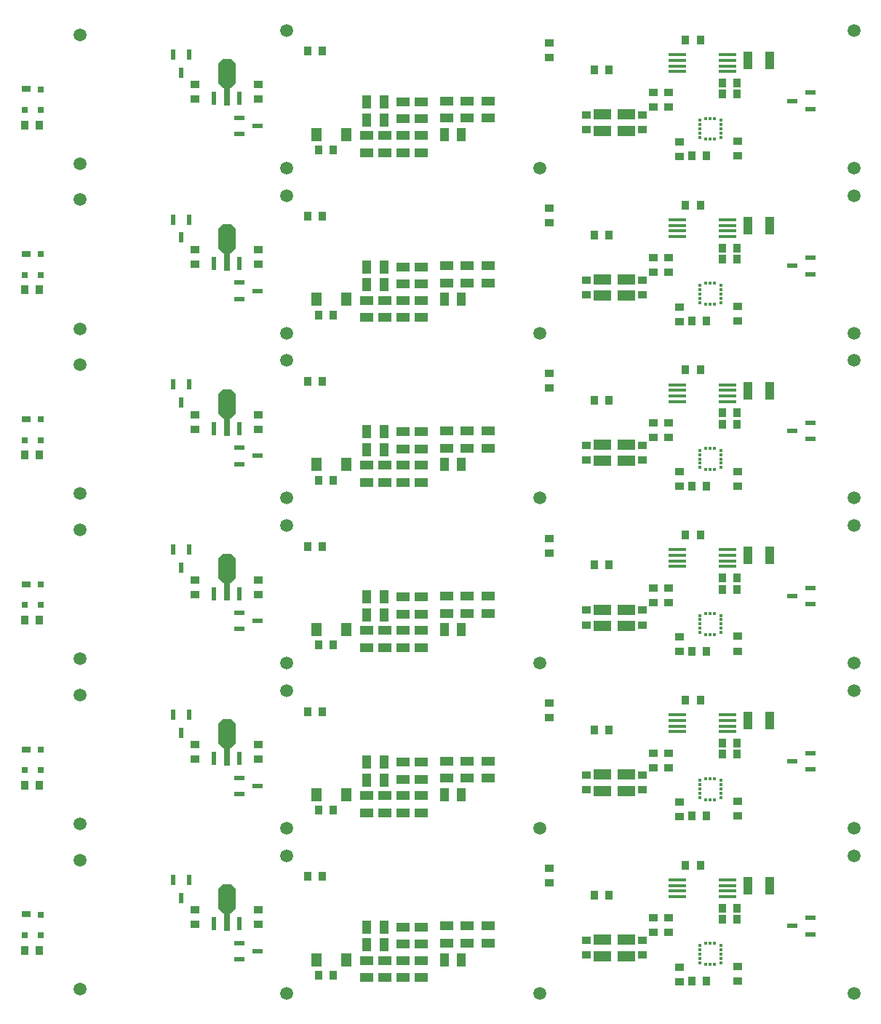
<source format=gbp>
%FSLAX44Y44*%
%MOMM*%
G71*
G01*
G75*
G04 Layer_Color=128*
%ADD10R,3.0000X0.5000*%
%ADD11R,2.5000X2.0000*%
%ADD12R,3.5000X2.0000*%
%ADD13R,0.9000X1.0000*%
%ADD14R,1.7000X0.3500*%
%ADD15R,2.2000X0.6000*%
%ADD16R,0.3500X2.1500*%
%ADD17R,0.3500X2.1500*%
%ADD18R,1.0000X2.0000*%
%ADD19R,1.3000X0.6000*%
%ADD20C,1.5000*%
%ADD21R,1.0000X0.9000*%
%ADD22R,1.0000X1.5000*%
%ADD23R,1.5000X1.0000*%
%ADD24R,0.9000X1.5000*%
%ADD25R,2.6000X2.8000*%
%ADD26R,1.0000X0.8000*%
%ADD27R,0.6000X1.3000*%
%ADD28C,0.3000*%
%ADD29C,0.4000*%
%ADD30C,0.5000*%
%ADD31C,0.2500*%
%ADD32C,0.3500*%
%ADD33C,1.0000*%
%ADD34C,0.6000*%
%ADD35C,2.4000*%
%ADD36R,2.0000X2.0000*%
%ADD37C,0.9000*%
%ADD38O,1.1000X1.3000*%
%ADD39O,1.3000X1.1000*%
%ADD40O,2.2000X1.6000*%
%ADD41R,2.2000X2.0000*%
%ADD42C,0.8000*%
%ADD43C,0.7000*%
%ADD44R,0.4500X0.3000*%
%ADD45R,0.3000X0.4500*%
%ADD46R,2.0000X0.3500*%
%ADD47R,0.8000X0.8000*%
%ADD48R,1.2000X1.6000*%
%ADD49R,2.0000X1.2000*%
%ADD50R,0.6000X1.6000*%
%ADD51R,0.7000X2.0000*%
G04:AMPARAMS|DCode=52|XSize=2mm|YSize=3.4mm|CornerRadius=0mm|HoleSize=0mm|Usage=FLASHONLY|Rotation=0.000|XOffset=0mm|YOffset=0mm|HoleType=Round|Shape=Octagon|*
%AMOCTAGOND52*
4,1,8,-0.5000,1.7000,0.5000,1.7000,1.0000,1.2000,1.0000,-1.2000,0.5000,-1.7000,-0.5000,-1.7000,-1.0000,-1.2000,-1.0000,1.2000,-0.5000,1.7000,0.0*
%
%ADD52OCTAGOND52*%

%ADD53C,0.3400*%
%ADD54C,0.2000*%
%ADD55C,0.1000*%
%ADD56C,0.1500*%
%ADD57C,0.2540*%
D13*
X112000Y64000D02*
D03*
X95000D02*
D03*
X757750Y128000D02*
D03*
X774750D02*
D03*
X907000Y100000D02*
D03*
X924000D02*
D03*
X907000Y113000D02*
D03*
X924000D02*
D03*
X864000Y163000D02*
D03*
X881000D02*
D03*
X888000Y28000D02*
D03*
X871000D02*
D03*
X454250Y35000D02*
D03*
X437250D02*
D03*
X441000Y149750D02*
D03*
X424000D02*
D03*
X112000Y256000D02*
D03*
X95000D02*
D03*
X757750Y320000D02*
D03*
X774750D02*
D03*
X907000Y292000D02*
D03*
X924000D02*
D03*
X907000Y305000D02*
D03*
X924000D02*
D03*
X864000Y355000D02*
D03*
X881000D02*
D03*
X888000Y220000D02*
D03*
X871000D02*
D03*
X454250Y227000D02*
D03*
X437250D02*
D03*
X441000Y341750D02*
D03*
X424000D02*
D03*
X112000Y448000D02*
D03*
X95000D02*
D03*
X757750Y512000D02*
D03*
X774750D02*
D03*
X907000Y484000D02*
D03*
X924000D02*
D03*
X907000Y497000D02*
D03*
X924000D02*
D03*
X864000Y547000D02*
D03*
X881000D02*
D03*
X888000Y412000D02*
D03*
X871000D02*
D03*
X454250Y419000D02*
D03*
X437250D02*
D03*
X441000Y533750D02*
D03*
X424000D02*
D03*
X112000Y640000D02*
D03*
X95000D02*
D03*
X757750Y704000D02*
D03*
X774750D02*
D03*
X907000Y676000D02*
D03*
X924000D02*
D03*
X907000Y689000D02*
D03*
X924000D02*
D03*
X864000Y739000D02*
D03*
X881000D02*
D03*
X888000Y604000D02*
D03*
X871000D02*
D03*
X454250Y611000D02*
D03*
X437250D02*
D03*
X441000Y725750D02*
D03*
X424000D02*
D03*
X112000Y832000D02*
D03*
X95000D02*
D03*
X757750Y896000D02*
D03*
X774750D02*
D03*
X907000Y868000D02*
D03*
X924000D02*
D03*
X907000Y881000D02*
D03*
X924000D02*
D03*
X864000Y931000D02*
D03*
X881000D02*
D03*
X888000Y796000D02*
D03*
X871000D02*
D03*
X454250Y803000D02*
D03*
X437250D02*
D03*
X441000Y917750D02*
D03*
X424000D02*
D03*
X112000Y1024000D02*
D03*
X95000D02*
D03*
X757750Y1088000D02*
D03*
X774750D02*
D03*
X907000Y1060000D02*
D03*
X924000D02*
D03*
X907000Y1073000D02*
D03*
X924000D02*
D03*
X864000Y1123000D02*
D03*
X881000D02*
D03*
X888000Y988000D02*
D03*
X871000D02*
D03*
X454250Y995000D02*
D03*
X437250D02*
D03*
X441000Y1109750D02*
D03*
X424000D02*
D03*
D18*
X936800Y139000D02*
D03*
X962200D02*
D03*
X936800Y331000D02*
D03*
X962200D02*
D03*
X936800Y523000D02*
D03*
X962200D02*
D03*
X936800Y715000D02*
D03*
X962200D02*
D03*
X936800Y907000D02*
D03*
X962200D02*
D03*
X936800Y1099000D02*
D03*
X962200D02*
D03*
D19*
X345001Y53500D02*
D03*
Y72500D02*
D03*
X366001Y63000D02*
D03*
X1009000Y101500D02*
D03*
Y82500D02*
D03*
X988000Y92000D02*
D03*
X345001Y245500D02*
D03*
Y264500D02*
D03*
X366001Y255000D02*
D03*
X1009000Y293500D02*
D03*
Y274500D02*
D03*
X988000Y284000D02*
D03*
X345001Y437500D02*
D03*
Y456500D02*
D03*
X366001Y447000D02*
D03*
X1009000Y485500D02*
D03*
Y466500D02*
D03*
X988000Y476000D02*
D03*
X345001Y629500D02*
D03*
Y648500D02*
D03*
X366001Y639000D02*
D03*
X1009000Y677500D02*
D03*
Y658500D02*
D03*
X988000Y668000D02*
D03*
X345001Y821500D02*
D03*
Y840500D02*
D03*
X366001Y831000D02*
D03*
X1009000Y869500D02*
D03*
Y850500D02*
D03*
X988000Y860000D02*
D03*
X345001Y1013500D02*
D03*
Y1032500D02*
D03*
X366001Y1023000D02*
D03*
X1009000Y1061500D02*
D03*
Y1042500D02*
D03*
X988000Y1052000D02*
D03*
D20*
X1060000Y14000D02*
D03*
X400000Y174000D02*
D03*
Y14000D02*
D03*
X1060000Y174000D02*
D03*
X159000Y19000D02*
D03*
Y169000D02*
D03*
X694000Y14000D02*
D03*
X1060000Y206000D02*
D03*
X400000Y366000D02*
D03*
Y206000D02*
D03*
X1060000Y366000D02*
D03*
X159000Y211000D02*
D03*
Y361000D02*
D03*
X694000Y206000D02*
D03*
X1060000Y398000D02*
D03*
X400000Y558000D02*
D03*
Y398000D02*
D03*
X1060000Y558000D02*
D03*
X159000Y403000D02*
D03*
Y553000D02*
D03*
X694000Y398000D02*
D03*
X1060000Y590000D02*
D03*
X400000Y750000D02*
D03*
Y590000D02*
D03*
X1060000Y750000D02*
D03*
X159000Y595000D02*
D03*
Y745000D02*
D03*
X694000Y590000D02*
D03*
X1060000Y782000D02*
D03*
X400000Y942000D02*
D03*
Y782000D02*
D03*
X1060000Y942000D02*
D03*
X159000Y787000D02*
D03*
Y937000D02*
D03*
X694000Y782000D02*
D03*
X1060000Y974000D02*
D03*
X400000Y1134000D02*
D03*
Y974000D02*
D03*
X1060000Y1134000D02*
D03*
X159000Y979000D02*
D03*
Y1129000D02*
D03*
X694000Y974000D02*
D03*
D21*
X844500Y101500D02*
D03*
Y84500D02*
D03*
X826500Y101500D02*
D03*
Y84500D02*
D03*
X705250Y142250D02*
D03*
Y159250D02*
D03*
X748750Y58500D02*
D03*
Y75500D02*
D03*
X813500Y75500D02*
D03*
Y58500D02*
D03*
X925000Y28000D02*
D03*
Y45000D02*
D03*
X856500Y44500D02*
D03*
Y27500D02*
D03*
X293001Y111000D02*
D03*
Y94000D02*
D03*
X366751Y111000D02*
D03*
Y94000D02*
D03*
X844500Y293500D02*
D03*
Y276500D02*
D03*
X826500Y293500D02*
D03*
Y276500D02*
D03*
X705250Y334250D02*
D03*
Y351250D02*
D03*
X748750Y250500D02*
D03*
Y267500D02*
D03*
X813500Y267500D02*
D03*
Y250500D02*
D03*
X925000Y220000D02*
D03*
Y237000D02*
D03*
X856500Y236500D02*
D03*
Y219500D02*
D03*
X293001Y303000D02*
D03*
Y286000D02*
D03*
X366751Y303000D02*
D03*
Y286000D02*
D03*
X844500Y485500D02*
D03*
Y468500D02*
D03*
X826500Y485500D02*
D03*
Y468500D02*
D03*
X705250Y526250D02*
D03*
Y543250D02*
D03*
X748750Y442500D02*
D03*
Y459500D02*
D03*
X813500Y459500D02*
D03*
Y442500D02*
D03*
X925000Y412000D02*
D03*
Y429000D02*
D03*
X856500Y428500D02*
D03*
Y411500D02*
D03*
X293001Y495000D02*
D03*
Y478000D02*
D03*
X366751Y495000D02*
D03*
Y478000D02*
D03*
X844500Y677500D02*
D03*
Y660500D02*
D03*
X826500Y677500D02*
D03*
Y660500D02*
D03*
X705250Y718250D02*
D03*
Y735250D02*
D03*
X748750Y634500D02*
D03*
Y651500D02*
D03*
X813500Y651500D02*
D03*
Y634500D02*
D03*
X925000Y604000D02*
D03*
Y621000D02*
D03*
X856500Y620500D02*
D03*
Y603500D02*
D03*
X293001Y687000D02*
D03*
Y670000D02*
D03*
X366751Y687000D02*
D03*
Y670000D02*
D03*
X844500Y869500D02*
D03*
Y852500D02*
D03*
X826500Y869500D02*
D03*
Y852500D02*
D03*
X705250Y910250D02*
D03*
Y927250D02*
D03*
X748750Y826500D02*
D03*
Y843500D02*
D03*
X813500Y843500D02*
D03*
Y826500D02*
D03*
X925000Y796000D02*
D03*
Y813000D02*
D03*
X856500Y812500D02*
D03*
Y795500D02*
D03*
X293001Y879000D02*
D03*
Y862000D02*
D03*
X366751Y879000D02*
D03*
Y862000D02*
D03*
X844500Y1061500D02*
D03*
Y1044500D02*
D03*
X826500Y1061500D02*
D03*
Y1044500D02*
D03*
X705250Y1102250D02*
D03*
Y1119250D02*
D03*
X748750Y1018500D02*
D03*
Y1035500D02*
D03*
X813500Y1035500D02*
D03*
Y1018500D02*
D03*
X925000Y988000D02*
D03*
Y1005000D02*
D03*
X856500Y1004500D02*
D03*
Y987500D02*
D03*
X293001Y1071000D02*
D03*
Y1054000D02*
D03*
X366751Y1071000D02*
D03*
Y1054000D02*
D03*
D22*
X512999Y70000D02*
D03*
X492999D02*
D03*
Y91000D02*
D03*
X512999D02*
D03*
X582999Y53000D02*
D03*
X602999D02*
D03*
X512999Y262000D02*
D03*
X492999D02*
D03*
Y283000D02*
D03*
X512999D02*
D03*
X582999Y245000D02*
D03*
X602999D02*
D03*
X512999Y454000D02*
D03*
X492999D02*
D03*
Y475000D02*
D03*
X512999D02*
D03*
X582999Y437000D02*
D03*
X602999D02*
D03*
X512999Y646000D02*
D03*
X492999D02*
D03*
Y667000D02*
D03*
X512999D02*
D03*
X582999Y629000D02*
D03*
X602999D02*
D03*
X512999Y838000D02*
D03*
X492999D02*
D03*
Y859000D02*
D03*
X512999D02*
D03*
X582999Y821000D02*
D03*
X602999D02*
D03*
X512999Y1030000D02*
D03*
X492999D02*
D03*
Y1051000D02*
D03*
X512999D02*
D03*
X582999Y1013000D02*
D03*
X602999D02*
D03*
D23*
X513999Y32000D02*
D03*
Y52000D02*
D03*
X492999D02*
D03*
Y32000D02*
D03*
X534999Y52000D02*
D03*
Y32000D02*
D03*
X555999Y52000D02*
D03*
Y32000D02*
D03*
X534999Y91000D02*
D03*
Y71000D02*
D03*
X555999D02*
D03*
Y91000D02*
D03*
X585999Y72000D02*
D03*
Y92000D02*
D03*
X609999Y72000D02*
D03*
Y92000D02*
D03*
X633999Y72000D02*
D03*
Y92000D02*
D03*
X513999Y224000D02*
D03*
Y244000D02*
D03*
X492999D02*
D03*
Y224000D02*
D03*
X534999Y244000D02*
D03*
Y224000D02*
D03*
X555999Y244000D02*
D03*
Y224000D02*
D03*
X534999Y283000D02*
D03*
Y263000D02*
D03*
X555999D02*
D03*
Y283000D02*
D03*
X585999Y264000D02*
D03*
Y284000D02*
D03*
X609999Y264000D02*
D03*
Y284000D02*
D03*
X633999Y264000D02*
D03*
Y284000D02*
D03*
X513999Y416000D02*
D03*
Y436000D02*
D03*
X492999D02*
D03*
Y416000D02*
D03*
X534999Y436000D02*
D03*
Y416000D02*
D03*
X555999Y436000D02*
D03*
Y416000D02*
D03*
X534999Y475000D02*
D03*
Y455000D02*
D03*
X555999D02*
D03*
Y475000D02*
D03*
X585999Y456000D02*
D03*
Y476000D02*
D03*
X609999Y456000D02*
D03*
Y476000D02*
D03*
X633999Y456000D02*
D03*
Y476000D02*
D03*
X513999Y608000D02*
D03*
Y628000D02*
D03*
X492999D02*
D03*
Y608000D02*
D03*
X534999Y628000D02*
D03*
Y608000D02*
D03*
X555999Y628000D02*
D03*
Y608000D02*
D03*
X534999Y667000D02*
D03*
Y647000D02*
D03*
X555999D02*
D03*
Y667000D02*
D03*
X585999Y648000D02*
D03*
Y668000D02*
D03*
X609999Y648000D02*
D03*
Y668000D02*
D03*
X633999Y648000D02*
D03*
Y668000D02*
D03*
X513999Y800000D02*
D03*
Y820000D02*
D03*
X492999D02*
D03*
Y800000D02*
D03*
X534999Y820000D02*
D03*
Y800000D02*
D03*
X555999Y820000D02*
D03*
Y800000D02*
D03*
X534999Y859000D02*
D03*
Y839000D02*
D03*
X555999D02*
D03*
Y859000D02*
D03*
X585999Y840000D02*
D03*
Y860000D02*
D03*
X609999Y840000D02*
D03*
Y860000D02*
D03*
X633999Y840000D02*
D03*
Y860000D02*
D03*
X513999Y992000D02*
D03*
Y1012000D02*
D03*
X492999D02*
D03*
Y992000D02*
D03*
X534999Y1012000D02*
D03*
Y992000D02*
D03*
X555999Y1012000D02*
D03*
Y992000D02*
D03*
X534999Y1051000D02*
D03*
Y1031000D02*
D03*
X555999D02*
D03*
Y1051000D02*
D03*
X585999Y1032000D02*
D03*
Y1052000D02*
D03*
X609999Y1032000D02*
D03*
Y1052000D02*
D03*
X633999Y1032000D02*
D03*
Y1052000D02*
D03*
D26*
X96500Y105700D02*
D03*
Y297700D02*
D03*
Y489700D02*
D03*
Y681700D02*
D03*
Y873700D02*
D03*
Y1065700D02*
D03*
D27*
X276750Y125000D02*
D03*
X286250Y146000D02*
D03*
X267250D02*
D03*
X276750Y317000D02*
D03*
X286250Y338000D02*
D03*
X267250D02*
D03*
X276750Y509000D02*
D03*
X286250Y530000D02*
D03*
X267250D02*
D03*
X276750Y701000D02*
D03*
X286250Y722000D02*
D03*
X267250D02*
D03*
X276750Y893000D02*
D03*
X286250Y914000D02*
D03*
X267250D02*
D03*
X276750Y1085000D02*
D03*
X286250Y1106000D02*
D03*
X267250D02*
D03*
D44*
X880250Y49500D02*
D03*
Y54500D02*
D03*
Y59500D02*
D03*
Y64500D02*
D03*
Y69500D02*
D03*
X904750D02*
D03*
Y64500D02*
D03*
Y59500D02*
D03*
Y54500D02*
D03*
Y49500D02*
D03*
X880250Y241500D02*
D03*
Y246500D02*
D03*
Y251500D02*
D03*
Y256500D02*
D03*
Y261500D02*
D03*
X904750D02*
D03*
Y256500D02*
D03*
Y251500D02*
D03*
Y246500D02*
D03*
Y241500D02*
D03*
X880250Y433500D02*
D03*
Y438500D02*
D03*
Y443500D02*
D03*
Y448500D02*
D03*
Y453500D02*
D03*
X904750D02*
D03*
Y448500D02*
D03*
Y443500D02*
D03*
Y438500D02*
D03*
Y433500D02*
D03*
X880250Y625500D02*
D03*
Y630500D02*
D03*
Y635500D02*
D03*
Y640500D02*
D03*
Y645500D02*
D03*
X904750D02*
D03*
Y640500D02*
D03*
Y635500D02*
D03*
Y630500D02*
D03*
Y625500D02*
D03*
X880250Y817500D02*
D03*
Y822500D02*
D03*
Y827500D02*
D03*
Y832500D02*
D03*
Y837500D02*
D03*
X904750D02*
D03*
Y832500D02*
D03*
Y827500D02*
D03*
Y822500D02*
D03*
Y817500D02*
D03*
X880250Y1009500D02*
D03*
Y1014500D02*
D03*
Y1019500D02*
D03*
Y1024500D02*
D03*
Y1029500D02*
D03*
X904750D02*
D03*
Y1024500D02*
D03*
Y1019500D02*
D03*
Y1014500D02*
D03*
Y1009500D02*
D03*
D45*
X887500Y71750D02*
D03*
X892500D02*
D03*
X897500D02*
D03*
Y47250D02*
D03*
X892500D02*
D03*
X887500D02*
D03*
Y263750D02*
D03*
X892500D02*
D03*
X897500D02*
D03*
Y239250D02*
D03*
X892500D02*
D03*
X887500D02*
D03*
Y455750D02*
D03*
X892500D02*
D03*
X897500D02*
D03*
Y431250D02*
D03*
X892500D02*
D03*
X887500D02*
D03*
Y647750D02*
D03*
X892500D02*
D03*
X897500D02*
D03*
Y623250D02*
D03*
X892500D02*
D03*
X887500D02*
D03*
Y839750D02*
D03*
X892500D02*
D03*
X897500D02*
D03*
Y815250D02*
D03*
X892500D02*
D03*
X887500D02*
D03*
Y1031750D02*
D03*
X892500D02*
D03*
X897500D02*
D03*
Y1007250D02*
D03*
X892500D02*
D03*
X887500D02*
D03*
D46*
X854500Y126250D02*
D03*
Y132750D02*
D03*
Y139250D02*
D03*
Y145750D02*
D03*
X912500Y126250D02*
D03*
Y132750D02*
D03*
Y139250D02*
D03*
Y145750D02*
D03*
X854500Y318250D02*
D03*
Y324750D02*
D03*
Y331250D02*
D03*
Y337750D02*
D03*
X912500Y318250D02*
D03*
Y324750D02*
D03*
Y331250D02*
D03*
Y337750D02*
D03*
X854500Y510250D02*
D03*
Y516750D02*
D03*
Y523250D02*
D03*
Y529750D02*
D03*
X912500Y510250D02*
D03*
Y516750D02*
D03*
Y523250D02*
D03*
Y529750D02*
D03*
X854500Y702250D02*
D03*
Y708750D02*
D03*
Y715250D02*
D03*
Y721750D02*
D03*
X912500Y702250D02*
D03*
Y708750D02*
D03*
Y715250D02*
D03*
Y721750D02*
D03*
X854500Y894250D02*
D03*
Y900750D02*
D03*
Y907250D02*
D03*
Y913750D02*
D03*
X912500Y894250D02*
D03*
Y900750D02*
D03*
Y907250D02*
D03*
Y913750D02*
D03*
X854500Y1086250D02*
D03*
Y1092750D02*
D03*
Y1099250D02*
D03*
Y1105750D02*
D03*
X912500Y1086250D02*
D03*
Y1092750D02*
D03*
Y1099250D02*
D03*
Y1105750D02*
D03*
D47*
X113500Y105500D02*
D03*
X94500Y81500D02*
D03*
X113500D02*
D03*
Y297500D02*
D03*
X94500Y273500D02*
D03*
X113500D02*
D03*
Y489500D02*
D03*
X94500Y465500D02*
D03*
X113500D02*
D03*
Y681500D02*
D03*
X94500Y657500D02*
D03*
X113500D02*
D03*
Y873500D02*
D03*
X94500Y849500D02*
D03*
X113500D02*
D03*
Y1065500D02*
D03*
X94500Y1041500D02*
D03*
X113500D02*
D03*
D48*
X468750Y53000D02*
D03*
X434250D02*
D03*
X468750Y245000D02*
D03*
X434250D02*
D03*
X468750Y437000D02*
D03*
X434250D02*
D03*
X468750Y629000D02*
D03*
X434250D02*
D03*
X468750Y821000D02*
D03*
X434250D02*
D03*
X468750Y1013000D02*
D03*
X434250D02*
D03*
D49*
X767250Y57250D02*
D03*
X795250D02*
D03*
Y76250D02*
D03*
X767250D02*
D03*
Y249250D02*
D03*
X795250D02*
D03*
Y268250D02*
D03*
X767250D02*
D03*
Y441250D02*
D03*
X795250D02*
D03*
Y460250D02*
D03*
X767250D02*
D03*
Y633250D02*
D03*
X795250D02*
D03*
Y652250D02*
D03*
X767250D02*
D03*
Y825250D02*
D03*
X795250D02*
D03*
Y844250D02*
D03*
X767250D02*
D03*
Y1017250D02*
D03*
X795250D02*
D03*
Y1036250D02*
D03*
X767250D02*
D03*
D50*
X345001Y94750D02*
D03*
X315001D02*
D03*
X345001Y286750D02*
D03*
X315001D02*
D03*
X345001Y478750D02*
D03*
X315001D02*
D03*
X345001Y670750D02*
D03*
X315001D02*
D03*
X345001Y862750D02*
D03*
X315001D02*
D03*
X345001Y1054750D02*
D03*
X315001D02*
D03*
D51*
X330001Y96750D02*
D03*
Y288750D02*
D03*
Y480750D02*
D03*
Y672750D02*
D03*
Y864750D02*
D03*
Y1056750D02*
D03*
D52*
Y123750D02*
D03*
Y315750D02*
D03*
Y507750D02*
D03*
Y699750D02*
D03*
Y891750D02*
D03*
Y1083750D02*
D03*
M02*

</source>
